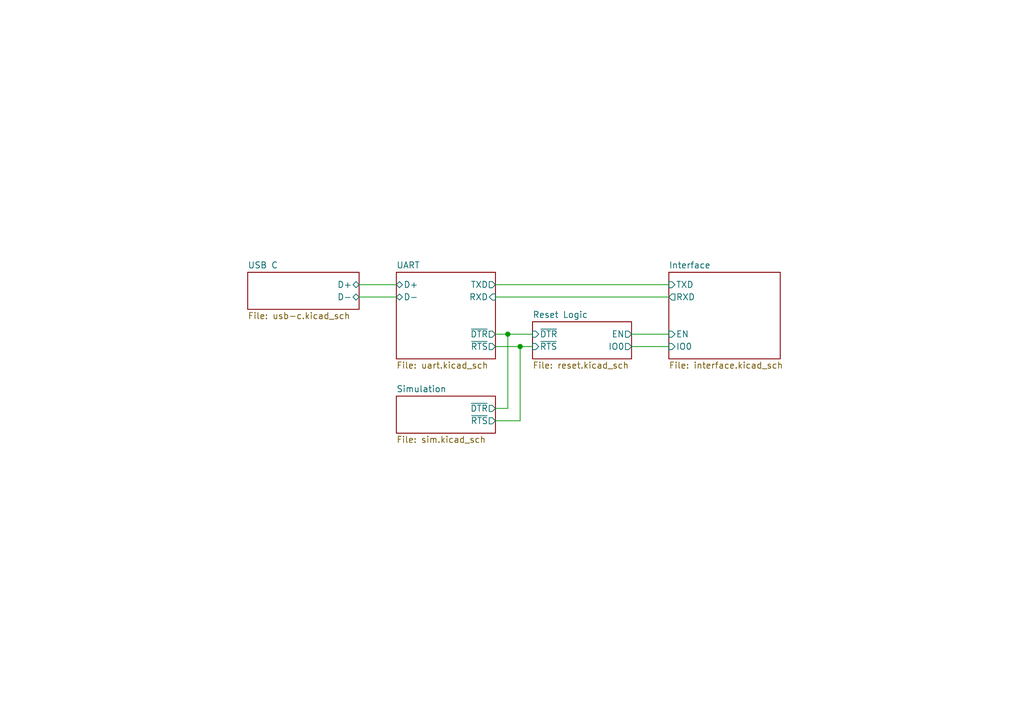
<source format=kicad_sch>
(kicad_sch (version 20230121) (generator eeschema)
  (paper "A5")
  (lib_symbols)
  (junction (at 106.68 71.12))
  (junction (at 104.14 68.58))
  (wire (pts (xy 101.6 83.82) (xy 104.14 83.82)))
  (wire (pts (xy 101.6 71.12) (xy 106.68 71.12)))
  (wire (pts (xy 101.6 58.42) (xy 137.16 58.42)))
  (wire (pts (xy 129.54 71.12) (xy 137.16 71.12)))
  (wire (pts (xy 101.6 86.36) (xy 106.68 86.36)))
  (wire (pts (xy 129.54 68.58) (xy 137.16 68.58)))
  (wire (pts (xy 106.68 71.12) (xy 106.68 86.36)))
  (wire (pts (xy 73.66 60.96) (xy 81.28 60.96)))
  (wire (pts (xy 104.14 68.58) (xy 104.14 83.82)))
  (wire (pts (xy 73.66 58.42) (xy 81.28 58.42)))
  (wire (pts (xy 106.68 71.12) (xy 109.22 71.12)))
  (wire (pts (xy 101.6 60.96) (xy 137.16 60.96)))
  (wire (pts (xy 101.6 68.58) (xy 104.14 68.58)))
  (wire (pts (xy 104.14 68.58) (xy 109.22 68.58)))
  (sheet (at 50.8 55.88) (size 22.86 7.62) (stroke (width 0.1524))
    (property "Sheetname" "USB C" (at 50.8 55.1684 0) (effects (justify left bottom)))
    (property "Sheetfile" "usb-c.kicad_sch" (at 50.8 64.0846 0) (effects (justify left top)))
    (pin "D+" bidirectional (at 73.66 58.42 0))
    (pin "D-" bidirectional (at 73.66 60.96 0))
  )
  (sheet (at 137.16 55.88) (size 22.86 17.78) (stroke (width 0.1524))
    (property "Sheetname" "Interface" (at 137.16 55.1684 0) (effects (justify left bottom)))
    (property "Sheetfile" "interface.kicad_sch" (at 137.16 74.2446 0) (effects (justify left top)))
    (pin "IO0" input (at 137.16 71.12 180))
    (pin "TXD" input (at 137.16 58.42 180))
    (pin "RXD" output (at 137.16 60.96 180))
    (pin "EN" input (at 137.16 68.58 180))
  )
  (sheet (at 81.28 81.28) (size 20.32 7.62) (stroke (width 0.1524))
    (property "Sheetname" "Simulation" (at 81.28 80.5684 0) (effects (justify left bottom)))
    (property "Sheetfile" "sim.kicad_sch" (at 81.28 89.4846 0) (effects (justify left top)))
    (pin "~{DTR}" output (at 101.6 83.82 0))
    (pin "~{RTS}" output (at 101.6 86.36 0))
  )
  (sheet (at 81.28 55.88) (size 20.32 17.78) (stroke (width 0.1524))
    (property "Sheetname" "UART" (at 81.28 55.1684 0) (effects (justify left bottom)))
    (property "Sheetfile" "uart.kicad_sch" (at 81.28 74.2446 0) (effects (justify left top)))
    (pin "D-" bidirectional (at 81.28 60.96 180))
    (pin "D+" bidirectional (at 81.28 58.42 180))
    (pin "TXD" output (at 101.6 58.42 0))
    (pin "~{DTR}" output (at 101.6 68.58 0))
    (pin "~{RTS}" output (at 101.6 71.12 0))
    (pin "RXD" input (at 101.6 60.96 0))
  )
  (sheet (at 109.22 66.04) (size 20.32 7.62) (stroke (width 0.1524))
    (property "Sheetname" "Reset Logic" (at 109.22 65.3284 0) (effects (justify left bottom)))
    (property "Sheetfile" "reset.kicad_sch" (at 109.22 74.2446 0) (effects (justify left top)))
    (pin "EN" output (at 129.54 68.58 0))
    (pin "~{DTR}" input (at 109.22 68.58 180))
    (pin "~{RTS}" input (at 109.22 71.12 180))
    (pin "IO0" output (at 129.54 71.12 0))
  )
)
</source>
